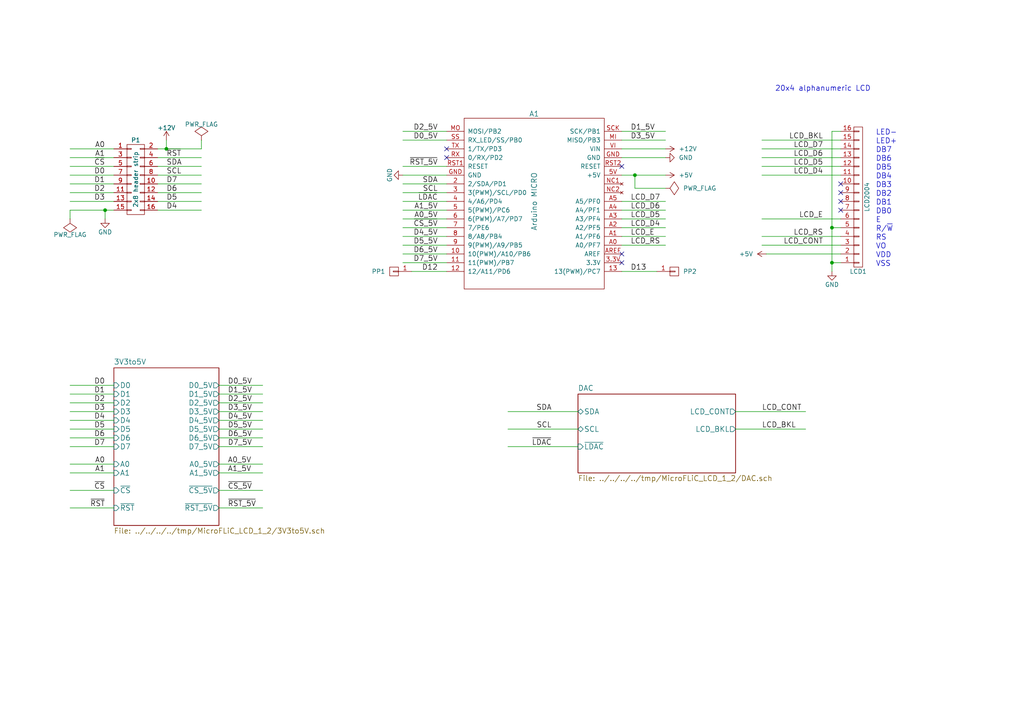
<source format=kicad_sch>
(kicad_sch (version 20230121) (generator eeschema)
  (paper "A4")
  (lib_symbols
    (symbol "MicroFLiC_LCD-rescue:+12V" (power) (pin_names (offset 0))
      (property "Value" "+12V" (at 0 3.556 0))
      (symbol "+12V_0_1"
        (polyline (pts (xy -0.762 1.27) (xy 0 2.54)))
        (polyline (pts (xy 0 0) (xy 0 2.54)))
        (polyline (pts (xy 0 2.54) (xy 0.762 1.27)))
      )
      (symbol "+12V_1_1"
        (pin power_in line (at 0 0 90) (length 0) hide (name "+12V") (number "1"))
      )
    )
    (symbol "MicroFLiC_LCD-rescue:+5V" (power) (pin_names (offset 0))
      (property "Value" "+5V" (at 0 3.556 0))
      (symbol "+5V_0_1"
        (polyline (pts (xy -0.762 1.27) (xy 0 2.54)))
        (polyline (pts (xy 0 0) (xy 0 2.54)))
        (polyline (pts (xy 0 2.54) (xy 0.762 1.27)))
      )
      (symbol "+5V_1_1"
        (pin power_in line (at 0 0 90) (length 0) hide (name "+5V") (number "1"))
      )
    )
    (symbol "MicroFLiC_LCD-rescue:ARDUINO_MICRO_SHIELD" (pin_names (offset 1.016))
      (property "Reference" "A" (at 0 25.4 0))
      (property "Value" "ARDUINO_MICRO_SHIELD" (at 0 0 90))
      (symbol "ARDUINO_MICRO_SHIELD_0_1"
        (rectangle (start -20.32 24.13) (end 20.32 -25.4))
      )
      (symbol "ARDUINO_MICRO_SHIELD_1_1"
        (pin bidirectional line (at -25.4 -15.24 0) (length 5.08) (name "10(PWM)/A10/PB6") (number "10"))
        (pin bidirectional line (at -25.4 -17.78 0) (length 5.08) (name "11(PWM)/PB7") (number "11"))
        (pin bidirectional line (at -25.4 -20.32 0) (length 5.08) (name "12/A11/PD6") (number "12"))
        (pin bidirectional line (at 25.4 -20.32 180) (length 5.08) (name "13(PWM)/PC7") (number "13"))
        (pin bidirectional line (at -25.4 5.08 0) (length 5.08) (name "2/SDA/PD1") (number "2"))
        (pin bidirectional line (at -25.4 2.54 0) (length 5.08) (name "3(PWM)/SCL/PD0") (number "3"))
        (pin power_in line (at 25.4 -17.78 180) (length 5.08) (name "3.3V") (number "3.3V"))
        (pin bidirectional line (at -25.4 0 0) (length 5.08) (name "4/A6/PD4") (number "4"))
        (pin bidirectional line (at -25.4 -2.54 0) (length 5.08) (name "5(PWM)/PC6") (number "5"))
        (pin power_in line (at 25.4 7.62 180) (length 5.08) (name "+5V") (number "5V"))
        (pin bidirectional line (at -25.4 -5.08 0) (length 5.08) (name "6(PWM)/A7/PD7") (number "6"))
        (pin bidirectional line (at -25.4 -7.62 0) (length 5.08) (name "7/PE6") (number "7"))
        (pin bidirectional line (at -25.4 -10.16 0) (length 5.08) (name "8/A8/PB4") (number "8"))
        (pin bidirectional line (at -25.4 -12.7 0) (length 5.08) (name "9(PWM)/A9/PB5") (number "9"))
        (pin bidirectional line (at 25.4 -12.7 180) (length 5.08) (name "A0/PF7") (number "A0"))
        (pin bidirectional line (at 25.4 -10.16 180) (length 5.08) (name "A1/PF6") (number "A1"))
        (pin bidirectional line (at 25.4 -7.62 180) (length 5.08) (name "A2/PF5") (number "A2"))
        (pin bidirectional line (at 25.4 -5.08 180) (length 5.08) (name "A3/PF4") (number "A3"))
        (pin bidirectional line (at 25.4 -2.54 180) (length 5.08) (name "A4/PF1") (number "A4"))
        (pin bidirectional line (at 25.4 0 180) (length 5.08) (name "A5/PF0") (number "A5"))
        (pin power_in line (at 25.4 -15.24 180) (length 5.08) (name "AREF") (number "AREF"))
        (pin power_in line (at -25.4 7.62 0) (length 5.08) (name "GND") (number "GND"))
        (pin power_in line (at 25.4 12.7 180) (length 5.08) (name "GND") (number "GND"))
        (pin bidirectional line (at 25.4 17.78 180) (length 5.08) (name "MISO/PB3") (number "MI"))
        (pin bidirectional line (at -25.4 20.32 0) (length 5.08) (name "MOSI/PB2") (number "MO"))
        (pin no_connect line (at 25.4 5.08 180) (length 5.08) (name "~") (number "NC1"))
        (pin no_connect line (at 25.4 2.54 180) (length 5.08) (name "~") (number "NC2"))
        (pin bidirectional line (at -25.4 10.16 0) (length 5.08) (name "RESET") (number "RST1"))
        (pin bidirectional line (at 25.4 10.16 180) (length 5.08) (name "RESET") (number "RST2"))
        (pin bidirectional line (at -25.4 12.7 0) (length 5.08) (name "0/RX/PD2") (number "RX"))
        (pin bidirectional line (at 25.4 20.32 180) (length 5.08) (name "SCK/PB1") (number "SCK"))
        (pin bidirectional line (at -25.4 17.78 0) (length 5.08) (name "RX_LED/SS/PB0") (number "SS"))
        (pin bidirectional line (at -25.4 15.24 0) (length 5.08) (name "1/TX/PD3") (number "TX"))
        (pin power_in line (at 25.4 15.24 180) (length 5.08) (name "VIN") (number "VI"))
      )
    )
    (symbol "MicroFLiC_LCD-rescue:CONN_01X01" (pin_names (offset 1.016) hide)
      (property "Reference" "P" (at 0 2.54 0))
      (property "Value" "CONN_01X01" (at 2.54 0 90))
      (symbol "CONN_01X01_0_1"
        (rectangle (start -1.27 0.127) (end 0.254 -0.127))
        (rectangle (start -1.27 1.27) (end 1.27 -1.27))
      )
      (symbol "CONN_01X01_1_1"
        (pin passive line (at -5.08 0 0) (length 3.81) (name "P1") (number "1"))
      )
    )
    (symbol "MicroFLiC_LCD-rescue:CONN_01X16" (pin_names (offset 1.016) hide)
      (property "Reference" "P" (at 0 21.59 0))
      (property "Value" "CONN_01X16" (at 2.54 0 90))
      (symbol "CONN_01X16_0_1"
        (rectangle (start -1.27 -18.923) (end 0.254 -19.177))
        (rectangle (start -1.27 -16.383) (end 0.254 -16.637))
        (rectangle (start -1.27 -13.843) (end 0.254 -14.097))
        (rectangle (start -1.27 -11.303) (end 0.254 -11.557))
        (rectangle (start -1.27 -8.763) (end 0.254 -9.017))
        (rectangle (start -1.27 -6.223) (end 0.254 -6.477))
        (rectangle (start -1.27 -3.683) (end 0.254 -3.937))
        (rectangle (start -1.27 -1.143) (end 0.254 -1.397))
        (rectangle (start -1.27 1.397) (end 0.254 1.143))
        (rectangle (start -1.27 3.937) (end 0.254 3.683))
        (rectangle (start -1.27 6.477) (end 0.254 6.223))
        (rectangle (start -1.27 9.017) (end 0.254 8.763))
        (rectangle (start -1.27 11.557) (end 0.254 11.303))
        (rectangle (start -1.27 14.097) (end 0.254 13.843))
        (rectangle (start -1.27 16.637) (end 0.254 16.383))
        (rectangle (start -1.27 19.177) (end 0.254 18.923))
        (rectangle (start -1.27 20.32) (end 1.27 -20.32))
      )
      (symbol "CONN_01X16_1_1"
        (pin passive line (at -5.08 19.05 0) (length 3.81) (name "P1") (number "1"))
        (pin passive line (at -5.08 -3.81 0) (length 3.81) (name "P10") (number "10"))
        (pin passive line (at -5.08 -6.35 0) (length 3.81) (name "P11") (number "11"))
        (pin passive line (at -5.08 -8.89 0) (length 3.81) (name "P12") (number "12"))
        (pin passive line (at -5.08 -11.43 0) (length 3.81) (name "P13") (number "13"))
        (pin passive line (at -5.08 -13.97 0) (length 3.81) (name "P14") (number "14"))
        (pin passive line (at -5.08 -16.51 0) (length 3.81) (name "P15") (number "15"))
        (pin passive line (at -5.08 -19.05 0) (length 3.81) (name "P16") (number "16"))
        (pin passive line (at -5.08 16.51 0) (length 3.81) (name "P2") (number "2"))
        (pin passive line (at -5.08 13.97 0) (length 3.81) (name "P3") (number "3"))
        (pin passive line (at -5.08 11.43 0) (length 3.81) (name "P4") (number "4"))
        (pin passive line (at -5.08 8.89 0) (length 3.81) (name "P5") (number "5"))
        (pin passive line (at -5.08 6.35 0) (length 3.81) (name "P6") (number "6"))
        (pin passive line (at -5.08 3.81 0) (length 3.81) (name "P7") (number "7"))
        (pin passive line (at -5.08 1.27 0) (length 3.81) (name "P8") (number "8"))
        (pin passive line (at -5.08 -1.27 0) (length 3.81) (name "P9") (number "9"))
      )
    )
    (symbol "MicroFLiC_LCD-rescue:CONN_02X08" (pin_names (offset 0.0254) hide)
      (property "Reference" "P" (at 0 11.43 0))
      (property "Value" "CONN_02X08" (at 0 0 90))
      (symbol "CONN_02X08_0_1"
        (rectangle (start -2.54 -8.763) (end -1.27 -9.017))
        (rectangle (start -2.54 -6.223) (end -1.27 -6.477))
        (rectangle (start -2.54 -3.683) (end -1.27 -3.937))
        (rectangle (start -2.54 -1.143) (end -1.27 -1.397))
        (rectangle (start -2.54 1.397) (end -1.27 1.143))
        (rectangle (start -2.54 3.937) (end -1.27 3.683))
        (rectangle (start -2.54 6.477) (end -1.27 6.223))
        (rectangle (start -2.54 9.017) (end -1.27 8.763))
        (rectangle (start -2.54 10.16) (end 2.54 -10.16))
        (rectangle (start 1.27 -8.763) (end 2.54 -9.017))
        (rectangle (start 1.27 -6.223) (end 2.54 -6.477))
        (rectangle (start 1.27 -3.683) (end 2.54 -3.937))
        (rectangle (start 1.27 -1.143) (end 2.54 -1.397))
        (rectangle (start 1.27 1.397) (end 2.54 1.143))
        (rectangle (start 1.27 3.937) (end 2.54 3.683))
        (rectangle (start 1.27 6.477) (end 2.54 6.223))
        (rectangle (start 1.27 9.017) (end 2.54 8.763))
      )
      (symbol "CONN_02X08_1_1"
        (pin passive line (at -6.35 8.89 0) (length 3.81) (name "P1") (number "1"))
        (pin passive line (at 6.35 -1.27 180) (length 3.81) (name "P10") (number "10"))
        (pin passive line (at -6.35 -3.81 0) (length 3.81) (name "P11") (number "11"))
        (pin passive line (at 6.35 -3.81 180) (length 3.81) (name "P12") (number "12"))
        (pin passive line (at -6.35 -6.35 0) (length 3.81) (name "P13") (number "13"))
        (pin passive line (at 6.35 -6.35 180) (length 3.81) (name "P14") (number "14"))
        (pin passive line (at -6.35 -8.89 0) (length 3.81) (name "P15") (number "15"))
        (pin passive line (at 6.35 -8.89 180) (length 3.81) (name "P16") (number "16"))
        (pin passive line (at 6.35 8.89 180) (length 3.81) (name "P2") (number "2"))
        (pin passive line (at -6.35 6.35 0) (length 3.81) (name "P3") (number "3"))
        (pin passive line (at 6.35 6.35 180) (length 3.81) (name "P4") (number "4"))
        (pin passive line (at -6.35 3.81 0) (length 3.81) (name "P5") (number "5"))
        (pin passive line (at 6.35 3.81 180) (length 3.81) (name "P6") (number "6"))
        (pin passive line (at -6.35 1.27 0) (length 3.81) (name "P7") (number "7"))
        (pin passive line (at 6.35 1.27 180) (length 3.81) (name "P8") (number "8"))
        (pin passive line (at -6.35 -1.27 0) (length 3.81) (name "P9") (number "9"))
      )
    )
    (symbol "MicroFLiC_LCD-rescue:GND" (power) (pin_names (offset 0))
      (property "Value" "GND" (at 0 -3.81 0))
      (symbol "GND_0_1"
        (polyline (pts (xy 0 0) (xy 0 -1.27) (xy 1.27 -1.27) (xy 0 -2.54) (xy -1.27 -1.27) (xy 0 -1.27)))
      )
      (symbol "GND_1_1"
        (pin power_in line (at 0 0 270) (length 0) hide (name "GND") (number "1"))
      )
    )
    (symbol "MicroFLiC_LCD-rescue:PWR_FLAG" (power) (pin_numbers hide) (pin_names (offset 0) hide)
      (property "Value" "PWR_FLAG" (at 0 4.572 0))
      (symbol "PWR_FLAG_0_0"
        (pin power_out line (at 0 0 90) (length 0) (name "pwr") (number "1"))
      )
      (symbol "PWR_FLAG_0_1"
        (polyline (pts (xy 0 0) (xy 0 1.27) (xy -1.905 2.54) (xy 0 3.81) (xy 1.905 2.54) (xy 0 1.27)))
      )
    )
  )
  (junction (at 48.26 43.18))
  (junction (at 241.3 76.2))
  (junction (at 30.48 60.96))
  (junction (at 241.3 66.04))
  (junction (at 184.15 50.8))
  (no_connect (at 243.84 53.34))
  (no_connect (at 243.84 58.42))
  (no_connect (at 129.54 43.18))
  (no_connect (at 180.34 76.2))
  (no_connect (at 180.34 73.66))
  (no_connect (at 243.84 55.88))
  (no_connect (at 180.34 48.26))
  (no_connect (at 129.54 45.72))
  (no_connect (at 243.84 60.96))
  (wire (pts (xy 30.48 60.96) (xy 33.02 60.96)))
  (wire (pts (xy 33.02 53.34) (xy 20.32 53.34)))
  (wire (pts (xy 129.54 71.12) (xy 116.84 71.12)))
  (wire (pts (xy 48.26 43.18) (xy 48.26 40.64)))
  (wire (pts (xy 58.42 60.96) (xy 45.72 60.96)))
  (wire (pts (xy 241.3 76.2) (xy 243.84 76.2)))
  (wire (pts (xy 76.2 114.3) (xy 63.5 114.3)))
  (wire (pts (xy 243.84 73.66) (xy 222.25 73.66)))
  (wire (pts (xy 76.2 119.38) (xy 63.5 119.38)))
  (wire (pts (xy 33.02 129.54) (xy 20.32 129.54)))
  (wire (pts (xy 193.04 58.42) (xy 180.34 58.42)))
  (wire (pts (xy 76.2 111.76) (xy 63.5 111.76)))
  (wire (pts (xy 33.02 124.46) (xy 20.32 124.46)))
  (wire (pts (xy 76.2 134.62) (xy 63.5 134.62)))
  (wire (pts (xy 243.84 40.64) (xy 220.98 40.64)))
  (wire (pts (xy 33.02 116.84) (xy 20.32 116.84)))
  (wire (pts (xy 33.02 114.3) (xy 20.32 114.3)))
  (wire (pts (xy 33.02 142.24) (xy 20.32 142.24)))
  (wire (pts (xy 76.2 121.92) (xy 63.5 121.92)))
  (wire (pts (xy 129.54 63.5) (xy 116.84 63.5)))
  (wire (pts (xy 33.02 137.16) (xy 20.32 137.16)))
  (wire (pts (xy 58.42 48.26) (xy 45.72 48.26)))
  (wire (pts (xy 243.84 45.72) (xy 220.98 45.72)))
  (wire (pts (xy 233.68 119.38) (xy 213.36 119.38)))
  (wire (pts (xy 116.84 48.26) (xy 129.54 48.26)))
  (wire (pts (xy 129.54 40.64) (xy 116.84 40.64)))
  (wire (pts (xy 33.02 111.76) (xy 20.32 111.76)))
  (wire (pts (xy 129.54 38.1) (xy 116.84 38.1)))
  (wire (pts (xy 129.54 66.04) (xy 116.84 66.04)))
  (wire (pts (xy 58.42 50.8) (xy 45.72 50.8)))
  (wire (pts (xy 33.02 55.88) (xy 20.32 55.88)))
  (wire (pts (xy 167.64 124.46) (xy 147.32 124.46)))
  (wire (pts (xy 243.84 50.8) (xy 220.98 50.8)))
  (wire (pts (xy 184.15 50.8) (xy 193.04 50.8)))
  (wire (pts (xy 48.26 43.18) (xy 58.42 43.18)))
  (wire (pts (xy 33.02 121.92) (xy 20.32 121.92)))
  (wire (pts (xy 241.3 38.1) (xy 241.3 66.04)))
  (wire (pts (xy 76.2 116.84) (xy 63.5 116.84)))
  (wire (pts (xy 33.02 43.18) (xy 20.32 43.18)))
  (wire (pts (xy 243.84 71.12) (xy 220.98 71.12)))
  (wire (pts (xy 243.84 63.5) (xy 220.98 63.5)))
  (wire (pts (xy 45.72 45.72) (xy 58.42 45.72)))
  (wire (pts (xy 129.54 58.42) (xy 116.84 58.42)))
  (wire (pts (xy 58.42 55.88) (xy 45.72 55.88)))
  (wire (pts (xy 30.48 60.96) (xy 30.48 63.5)))
  (wire (pts (xy 129.54 55.88) (xy 116.84 55.88)))
  (wire (pts (xy 129.54 73.66) (xy 116.84 73.66)))
  (wire (pts (xy 241.3 76.2) (xy 241.3 78.74)))
  (wire (pts (xy 33.02 127) (xy 20.32 127)))
  (wire (pts (xy 20.32 60.96) (xy 20.32 63.5)))
  (wire (pts (xy 45.72 43.18) (xy 48.26 43.18)))
  (wire (pts (xy 20.32 147.32) (xy 33.02 147.32)))
  (wire (pts (xy 193.04 43.18) (xy 180.34 43.18)))
  (wire (pts (xy 33.02 48.26) (xy 20.32 48.26)))
  (wire (pts (xy 243.84 48.26) (xy 220.98 48.26)))
  (wire (pts (xy 129.54 60.96) (xy 116.84 60.96)))
  (wire (pts (xy 184.15 54.61) (xy 184.15 50.8)))
  (wire (pts (xy 33.02 50.8) (xy 20.32 50.8)))
  (wire (pts (xy 241.3 66.04) (xy 243.84 66.04)))
  (wire (pts (xy 129.54 53.34) (xy 116.84 53.34)))
  (wire (pts (xy 243.84 43.18) (xy 220.98 43.18)))
  (wire (pts (xy 241.3 66.04) (xy 241.3 76.2)))
  (wire (pts (xy 76.2 127) (xy 63.5 127)))
  (wire (pts (xy 243.84 68.58) (xy 220.98 68.58)))
  (wire (pts (xy 33.02 58.42) (xy 20.32 58.42)))
  (wire (pts (xy 58.42 53.34) (xy 45.72 53.34)))
  (wire (pts (xy 63.5 147.32) (xy 76.2 147.32)))
  (wire (pts (xy 193.04 66.04) (xy 180.34 66.04)))
  (wire (pts (xy 20.32 60.96) (xy 30.48 60.96)))
  (wire (pts (xy 76.2 137.16) (xy 63.5 137.16)))
  (wire (pts (xy 243.84 38.1) (xy 241.3 38.1)))
  (wire (pts (xy 76.2 142.24) (xy 63.5 142.24)))
  (wire (pts (xy 33.02 45.72) (xy 20.32 45.72)))
  (wire (pts (xy 167.64 119.38) (xy 147.32 119.38)))
  (wire (pts (xy 33.02 134.62) (xy 20.32 134.62)))
  (wire (pts (xy 193.04 40.64) (xy 180.34 40.64)))
  (wire (pts (xy 180.34 50.8) (xy 184.15 50.8)))
  (wire (pts (xy 119.38 78.74) (xy 129.54 78.74)))
  (wire (pts (xy 129.54 68.58) (xy 116.84 68.58)))
  (wire (pts (xy 233.68 124.46) (xy 213.36 124.46)))
  (wire (pts (xy 193.04 63.5) (xy 180.34 63.5)))
  (wire (pts (xy 76.2 124.46) (xy 63.5 124.46)))
  (wire (pts (xy 129.54 50.8) (xy 116.84 50.8)))
  (wire (pts (xy 58.42 58.42) (xy 45.72 58.42)))
  (wire (pts (xy 193.04 60.96) (xy 180.34 60.96)))
  (wire (pts (xy 193.04 54.61) (xy 184.15 54.61)))
  (wire (pts (xy 193.04 38.1) (xy 180.34 38.1)))
  (wire (pts (xy 76.2 129.54) (xy 63.5 129.54)))
  (wire (pts (xy 129.54 76.2) (xy 116.84 76.2)))
  (wire (pts (xy 180.34 78.74) (xy 190.5 78.74)))
  (wire (pts (xy 58.42 43.18) (xy 58.42 40.64)))
  (wire (pts (xy 193.04 71.12) (xy 180.34 71.12)))
  (wire (pts (xy 180.34 45.72) (xy 193.04 45.72)))
  (wire (pts (xy 167.64 129.54) (xy 147.32 129.54)))
  (wire (pts (xy 193.04 68.58) (xy 180.34 68.58)))
  (wire (pts (xy 33.02 119.38) (xy 20.32 119.38)))
  (text "DB6" (at 254 46.99 0) (effects (font (size 1.524 1.524)) (justify left bottom)))
  (text "DB7" (at 254 44.45 0) (effects (font (size 1.524 1.524)) (justify left bottom)))
  (text "DB4" (at 254 52.07 0) (effects (font (size 1.524 1.524)) (justify left bottom)))
  (text "VSS" (at 254 77.47 0) (effects (font (size 1.524 1.524)) (justify left bottom)))
  (text "VO" (at 254 72.39 0) (effects (font (size 1.524 1.524)) (justify left bottom)))
  (text "LED-" (at 254 39.37 0) (effects (font (size 1.524 1.524)) (justify left bottom)))
  (text "DB0" (at 254 62.23 0) (effects (font (size 1.524 1.524)) (justify left bottom)))
  (text "DB3" (at 254 54.61 0) (effects (font (size 1.524 1.524)) (justify left bottom)))
  (text "DB1" (at 254 59.69 0) (effects (font (size 1.524 1.524)) (justify left bottom)))
  (text "20x4 alphanumeric LCD" (at 224.79 26.67 0) (effects (font (size 1.524 1.524)) (justify left bottom)))
  (text "LED+" (at 254 41.91 0) (effects (font (size 1.524 1.524)) (justify left bottom)))
  (text "RS" (at 254 69.85 0) (effects (font (size 1.524 1.524)) (justify left bottom)))
  (text "VDD" (at 254 74.93 0) (effects (font (size 1.524 1.524)) (justify left bottom)))
  (text "DB5" (at 254 49.53 0) (effects (font (size 1.524 1.524)) (justify left bottom)))
  (text "E" (at 254 64.77 0) (effects (font (size 1.524 1.524)) (justify left bottom)))
  (text "R/~{W}" (at 254 67.31 0) (effects (font (size 1.524 1.524)) (justify left bottom)))
  (text "DB2" (at 254 57.15 0) (effects (font (size 1.524 1.524)) (justify left bottom)))
  (label "A0" (at 30.48 43.18 180) (effects (font (size 1.524 1.524))))
  (label "~{RST}" (at 48.26 45.72 0) (effects (font (size 1.524 1.524))))
  (label "LCD_RS" (at 238.76 68.58 180) (effects (font (size 1.524 1.524))))
  (label "D0_5V" (at 66.04 111.76 0) (effects (font (size 1.524 1.524))))
  (label "D4_5V" (at 127 68.58 180) (effects (font (size 1.524 1.524))))
  (label "D5_5V" (at 127 71.12 180) (effects (font (size 1.524 1.524))))
  (label "D6_5V" (at 66.04 127 0) (effects (font (size 1.524 1.524))))
  (label "D1" (at 30.48 53.34 180) (effects (font (size 1.524 1.524))))
  (label "LCD_E" (at 182.88 68.58 0) (effects (font (size 1.524 1.524))))
  (label "D3" (at 30.48 58.42 180) (effects (font (size 1.524 1.524))))
  (label "D2" (at 30.48 116.84 180) (effects (font (size 1.524 1.524))))
  (label "A1_5V" (at 127 60.96 180) (effects (font (size 1.524 1.524))))
  (label "LCD_BKL" (at 220.98 124.46 0) (effects (font (size 1.524 1.524))))
  (label "D2_5V" (at 66.04 116.84 0) (effects (font (size 1.524 1.524))))
  (label "SDA" (at 127 53.34 180) (effects (font (size 1.524 1.524))))
  (label "SCL" (at 48.26 50.8 0) (effects (font (size 1.524 1.524))))
  (label "D7_5V" (at 66.04 129.54 0) (effects (font (size 1.524 1.524))))
  (label "LCD_D7" (at 182.88 58.42 0) (effects (font (size 1.524 1.524))))
  (label "LCD_D5" (at 238.76 48.26 180) (effects (font (size 1.524 1.524))))
  (label "LCD_RS" (at 182.88 71.12 0) (effects (font (size 1.524 1.524))))
  (label "D5_5V" (at 66.04 124.46 0) (effects (font (size 1.524 1.524))))
  (label "D3_5V" (at 66.04 119.38 0) (effects (font (size 1.524 1.524))))
  (label "D0_5V" (at 127 40.64 180) (effects (font (size 1.524 1.524))))
  (label "A0" (at 30.48 134.62 180) (effects (font (size 1.524 1.524))))
  (label "~{LDAC}" (at 127 58.42 180) (effects (font (size 1.524 1.524))))
  (label "D6" (at 48.26 55.88 0) (effects (font (size 1.524 1.524))))
  (label "D4" (at 48.26 60.96 0) (effects (font (size 1.524 1.524))))
  (label "LCD_E" (at 238.76 63.5 180) (effects (font (size 1.524 1.524))))
  (label "~{LDAC}" (at 160.02 129.54 180) (effects (font (size 1.524 1.524))))
  (label "D1_5V" (at 182.88 38.1 0) (effects (font (size 1.524 1.524))))
  (label "LCD_D4" (at 238.76 50.8 180) (effects (font (size 1.524 1.524))))
  (label "LCD_D4" (at 182.88 66.04 0) (effects (font (size 1.524 1.524))))
  (label "LCD_BKL" (at 238.76 40.64 180) (effects (font (size 1.524 1.524))))
  (label "~{CS}" (at 30.48 142.24 180) (effects (font (size 1.524 1.524))))
  (label "D1_5V" (at 66.04 114.3 0) (effects (font (size 1.524 1.524))))
  (label "~{RST}" (at 30.48 147.32 180) (effects (font (size 1.524 1.524))))
  (label "D5" (at 30.48 124.46 180) (effects (font (size 1.524 1.524))))
  (label "LCD_D5" (at 182.88 63.5 0) (effects (font (size 1.524 1.524))))
  (label "D2_5V" (at 127 38.1 180) (effects (font (size 1.524 1.524))))
  (label "D0" (at 30.48 50.8 180) (effects (font (size 1.524 1.524))))
  (label "A0_5V" (at 66.04 134.62 0) (effects (font (size 1.524 1.524))))
  (label "~{RST_5V}" (at 66.04 147.32 0) (effects (font (size 1.524 1.524))))
  (label "D4_5V" (at 66.04 121.92 0) (effects (font (size 1.524 1.524))))
  (label "SDA" (at 160.02 119.38 180) (effects (font (size 1.524 1.524))))
  (label "D0" (at 30.48 111.76 180) (effects (font (size 1.524 1.524))))
  (label "D3" (at 30.48 119.38 180) (effects (font (size 1.524 1.524))))
  (label "D12" (at 127 78.74 180) (effects (font (size 1.524 1.524))))
  (label "D6" (at 30.48 127 180) (effects (font (size 1.524 1.524))))
  (label "D3_5V" (at 182.88 40.64 0) (effects (font (size 1.524 1.524))))
  (label "SDA" (at 48.26 48.26 0) (effects (font (size 1.524 1.524))))
  (label "LCD_D6" (at 238.76 45.72 180) (effects (font (size 1.524 1.524))))
  (label "A1" (at 30.48 137.16 180) (effects (font (size 1.524 1.524))))
  (label "LCD_CONT" (at 220.98 119.38 0) (effects (font (size 1.524 1.524))))
  (label "D4" (at 30.48 121.92 180) (effects (font (size 1.524 1.524))))
  (label "~{CS}" (at 30.48 48.26 180) (effects (font (size 1.524 1.524))))
  (label "A1" (at 30.48 45.72 180) (effects (font (size 1.524 1.524))))
  (label "D7" (at 30.48 129.54 180) (effects (font (size 1.524 1.524))))
  (label "D7" (at 48.26 53.34 0) (effects (font (size 1.524 1.524))))
  (label "D6_5V" (at 127 73.66 180) (effects (font (size 1.524 1.524))))
  (label "LCD_CONT" (at 238.76 71.12 180) (effects (font (size 1.524 1.524))))
  (label "A0_5V" (at 127 63.5 180) (effects (font (size 1.524 1.524))))
  (label "A1_5V" (at 66.04 137.16 0) (effects (font (size 1.524 1.524))))
  (label "~{RST_5V}" (at 127 48.26 180) (effects (font (size 1.524 1.524))))
  (label "D5" (at 48.26 58.42 0) (effects (font (size 1.524 1.524))))
  (label "D13" (at 182.88 78.74 0) (effects (font (size 1.524 1.524))))
  (label "LCD_D6" (at 182.88 60.96 0) (effects (font (size 1.524 1.524))))
  (label "SCL" (at 127 55.88 180) (effects (font (size 1.524 1.524))))
  (label "D7_5V" (at 127 76.2 180) (effects (font (size 1.524 1.524))))
  (label "D2" (at 30.48 55.88 180) (effects (font (size 1.524 1.524))))
  (label "SCL" (at 160.02 124.46 180) (effects (font (size 1.524 1.524))))
  (label "~{CS_5V}" (at 66.04 142.24 0) (effects (font (size 1.524 1.524))))
  (label "D1" (at 30.48 114.3 180) (effects (font (size 1.524 1.524))))
  (label "~{CS_5V}" (at 127 66.04 180) (effects (font (size 1.524 1.524))))
  (label "LCD_D7" (at 238.76 43.18 180) (effects (font (size 1.524 1.524))))
  (symbol (lib_id "MicroFLiC_LCD-rescue:ARDUINO_MICRO_SHIELD") (at 154.94 58.42 0) (unit 1)
    (property "Reference" "A1" (at 154.94 33.02 0) (effects (font (size 1.524 1.524))))
    (property "Value" "Arduino MICRO" (at 154.94 58.42 90) (effects (font (size 1.524 1.524))))
    (property "Footprint" "jakub:ArduinoMicro" (effects hide))
    (property "Part Number" "A000053" (effects hide))
    (property "Manufacturer" "Arduino" (effects hide))
    (property "Package" "Arduino MICRO" (effects hide))
    (property "Supplier" "Farnell" (effects hide))
    (property "Order Code" "2285194" (effects hide))
    (property "Alt. Supplier" "Arduino.cc" (effects hide))
    (property "Alt. Order Code" "Arduino MICRO" (effects hide))
    (property "Note" "Arduino/Genuino MICRO development board" (effects hide))
  )
  (symbol (lib_id "MicroFLiC_LCD-rescue:CONN_02X08") (at 39.37 52.07 0) (unit 1)
    (property "Reference" "P1" (at 39.37 40.64 0))
    (property "Value" "2x8 header strip" (at 39.37 52.07 90))
    (property "Footprint" "Pin_Headers:Pin_Header_Straight_2x08" (effects hide))
    (property "Part Number" "M20-9980845" (effects hide))
    (property "Manufacturer" "Harwin" (effects hide))
    (property "Package" "DIL-16" (effects hide))
    (property "Supplier" "Farnell" (effects hide))
    (property "Order Code" "1022239" (effects hide))
    (property "Alt. Supplier" "Mouser" (effects hide))
    (property "Alt. Order Code" "855-M20-9980845" (effects hide))
    (property "Note" "2x8 dual header strip" (effects hide))
  )
  (symbol (lib_id "MicroFLiC_LCD-rescue:GND") (at 30.48 63.5 0) (unit 1)
    (property "Reference" "#PWR01" (effects hide))
    (property "Value" "GND" (at 30.48 67.31 0))
  )
  (symbol (lib_id "MicroFLiC_LCD-rescue:+12V") (at 48.26 40.64 0) (unit 1)
    (property "Reference" "#PWR02" (effects hide))
    (property "Value" "+12V" (at 48.26 37.084 0))
  )
  (symbol (lib_id "MicroFLiC_LCD-rescue:+12V") (at 193.04 43.18 270) (unit 1)
    (property "Reference" "#PWR03" (effects hide))
    (property "Value" "+12V" (at 196.85 43.18 90) (effects (justify left)))
  )
  (symbol (lib_id "MicroFLiC_LCD-rescue:GND") (at 116.84 50.8 270) (unit 1)
    (property "Reference" "#PWR04" (effects hide))
    (property "Value" "GND" (at 113.03 50.8 0))
  )
  (symbol (lib_id "MicroFLiC_LCD-rescue:GND") (at 193.04 45.72 90) (unit 1)
    (property "Reference" "#PWR05" (effects hide))
    (property "Value" "GND" (at 196.85 45.72 90) (effects (justify right)))
  )
  (symbol (lib_id "MicroFLiC_LCD-rescue:+5V") (at 193.04 50.8 270) (unit 1)
    (property "Reference" "#PWR06" (effects hide))
    (property "Value" "+5V" (at 196.85 50.8 90) (effects (justify left)))
  )
  (symbol (lib_id "MicroFLiC_LCD-rescue:CONN_01X16") (at 248.92 57.15 0) (mirror x) (unit 1)
    (property "Reference" "LCD1" (at 248.92 78.74 0))
    (property "Value" "LCD2004" (at 251.46 57.15 90))
    (property "Footprint" "jakub:LCD2004" (effects hide))
    (property "Part Number" "MC42005A12W-VNMLR" (effects hide))
    (property "Manufacturer" "Midas" (effects hide))
    (property "Package" "98mm×60mm" (effects hide))
    (property "Supplier" "Farnell" (effects hide))
    (property "Order Code" "2483355" (effects hide))
    (property "Alt. Supplier" "Mouser" (effects hide))
    (property "Alt. Order Code" "763-0420DZ-FL-YBW" (effects hide))
    (property "Note" "20x4 character liquid crystal display" (effects hide))
  )
  (symbol (lib_id "MicroFLiC_LCD-rescue:GND") (at 241.3 78.74 0) (unit 1)
    (property "Reference" "#PWR07" (effects hide))
    (property "Value" "GND" (at 241.3 82.55 0))
  )
  (symbol (lib_id "MicroFLiC_LCD-rescue:+5V") (at 222.25 73.66 90) (unit 1)
    (property "Reference" "#PWR08" (effects hide))
    (property "Value" "+5V" (at 218.44 73.66 90) (effects (justify left)))
  )
  (symbol (lib_id "MicroFLiC_LCD-rescue:CONN_01X01") (at 195.58 78.74 0) (unit 1)
    (property "Reference" "PP2" (at 198.12 78.74 0) (effects (justify left)))
    (property "Value" "CONN_01X01" (effects hide))
    (property "Footprint" "jakub:PIN_ARRAY_1" (effects hide))
  )
  (symbol (lib_id "MicroFLiC_LCD-rescue:CONN_01X01") (at 114.3 78.74 180) (unit 1)
    (property "Reference" "PP1" (at 111.76 78.74 0) (effects (justify left)))
    (property "Value" "CONN_01X01" (effects hide))
    (property "Footprint" "jakub:PIN_ARRAY_1" (effects hide))
  )
  (symbol (lib_id "MicroFLiC_LCD-rescue:PWR_FLAG") (at 58.42 40.64 0) (unit 1)
    (property "Reference" "#FLG09" (effects hide))
    (property "Value" "PWR_FLAG" (at 58.42 36.068 0))
  )
  (symbol (lib_id "MicroFLiC_LCD-rescue:PWR_FLAG") (at 20.32 63.5 180) (unit 1)
    (property "Reference" "#FLG010" (effects hide))
    (property "Value" "PWR_FLAG" (at 20.32 68.072 0))
  )
  (symbol (lib_id "MicroFLiC_LCD-rescue:PWR_FLAG") (at 193.04 54.61 270) (unit 1)
    (property "Reference" "#FLG011" (effects hide))
    (property "Value" "PWR_FLAG" (at 198.12 54.61 90) (effects (justify left)))
  )
  (sheet (at 33.02 106.68) (size 30.48 45.72)
    (property "Sheetname" "3V3to5V" (at 33.02 105.8414 0) (effects (font (size 1.524 1.524)) (justify left bottom)))
    (property "Sheetfile" "../../../../tmp/MicroFLiC_LCD_1_2/3V3to5V.sch" (at 33.02 153.0862 0) (effects (font (size 1.524 1.524)) (justify left top)))
    (pin "D0" input (at 33.02 111.76 180) (effects (font (size 1.524 1.524))))
    (pin "D1" input (at 33.02 114.3 180) (effects (font (size 1.524 1.524))))
    (pin "D2" input (at 33.02 116.84 180) (effects (font (size 1.524 1.524))))
    (pin "D3" input (at 33.02 119.38 180) (effects (font (size 1.524 1.524))))
    (pin "D4" input (at 33.02 121.92 180) (effects (font (size 1.524 1.524))))
    (pin "D5" input (at 33.02 124.46 180) (effects (font (size 1.524 1.524))))
    (pin "D6" input (at 33.02 127 180) (effects (font (size 1.524 1.524))))
    (pin "D7" input (at 33.02 129.54 180) (effects (font (size 1.524 1.524))))
    (pin "A0" input (at 33.02 134.62 180) (effects (font (size 1.524 1.524))))
    (pin "A1" input (at 33.02 137.16 180) (effects (font (size 1.524 1.524))))
    (pin "~{CS}" input (at 33.02 142.24 180) (effects (font (size 1.524 1.524))))
    (pin "D0_5V" output (at 63.5 111.76 0) (effects (font (size 1.524 1.524))))
    (pin "D1_5V" output (at 63.5 114.3 0) (effects (font (size 1.524 1.524))))
    (pin "D2_5V" output (at 63.5 116.84 0) (effects (font (size 1.524 1.524))))
    (pin "D3_5V" output (at 63.5 119.38 0) (effects (font (size 1.524 1.524))))
    (pin "D4_5V" output (at 63.5 121.92 0) (effects (font (size 1.524 1.524))))
    (pin "D5_5V" output (at 63.5 124.46 0) (effects (font (size 1.524 1.524))))
    (pin "D6_5V" output (at 63.5 127 0) (effects (font (size 1.524 1.524))))
    (pin "D7_5V" output (at 63.5 129.54 0) (effects (font (size 1.524 1.524))))
    (pin "A0_5V" output (at 63.5 134.62 0) (effects (font (size 1.524 1.524))))
    (pin "A1_5V" output (at 63.5 137.16 0) (effects (font (size 1.524 1.524))))
    (pin "~{CS_5V}" output (at 63.5 142.24 0) (effects (font (size 1.524 1.524))))
    (pin "~{RST}" input (at 33.02 147.32 180) (effects (font (size 1.524 1.524))))
    (pin "~{RST_5V}" output (at 63.5 147.32 0) (effects (font (size 1.524 1.524))))
  )
  (sheet (at 167.64 114.3) (size 45.72 22.86)
    (property "Sheetname" "DAC" (at 167.64 113.4614 0) (effects (font (size 1.524 1.524)) (justify left bottom)))
    (property "Sheetfile" "../../../../tmp/MicroFLiC_LCD_1_2/DAC.sch" (at 167.64 137.8462 0) (effects (font (size 1.524 1.524)) (justify left top)))
    (pin "SDA" bidirectional (at 167.64 119.38 180) (effects (font (size 1.524 1.524))))
    (pin "SCL" bidirectional (at 167.64 124.46 180) (effects (font (size 1.524 1.524))))
    (pin "~{LDAC}" input (at 167.64 129.54 180) (effects (font (size 1.524 1.524))))
    (pin "LCD_CONT" output (at 213.36 119.38 0) (effects (font (size 1.524 1.524))))
    (pin "LCD_BKL" output (at 213.36 124.46 0) (effects (font (size 1.524 1.524))))
  )
)
</source>
